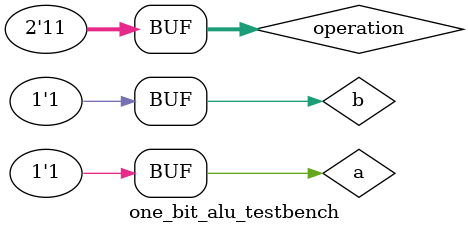
<source format=v>
module one_bit_alu_testbench;
    reg [1:0] operation;
    reg a, b;
    wire o, c_out;

    one_bit_alu ALU (operation, a, b, o, c_out);

    initial begin
        $dumpfile("dump.vcd");
        $dumpvars(0, one_bit_alu_testbench);
    end

    initial begin
        operation[0] = 0;
        operation[1] = 0;

        a = 0;
        b = 0;
        #5
        a = 0;
        b = 1;
        #5
        a = 1;
        b = 0;
        #5
        a = 1;
        b = 1;
        #5

        operation[0] = 0;
        operation[1] = 1;

        a = 0;
        b = 0;
        #5
        a = 0;
        b = 1;
        #5
        a = 1;
        b = 0;
        #5
        a = 1;
        b = 1;
        #5

        operation[0] = 1;
        operation[1] = 0;

        a = 0;
        b = 0;
        #5
        a = 0;
        b = 1;
        #5
        a = 1;
        b = 0;
        #5
        a = 1;
        b = 1;
        #5

        operation[0] = 1;
        operation[1] = 1;

        a = 0;
        b = 0;
        #5
        a = 0;
        b = 1;
        #5
        a = 1;
        b = 0;
        #5
        a = 1;
        b = 1;
        #5
        ;
    end
endmodule

</source>
